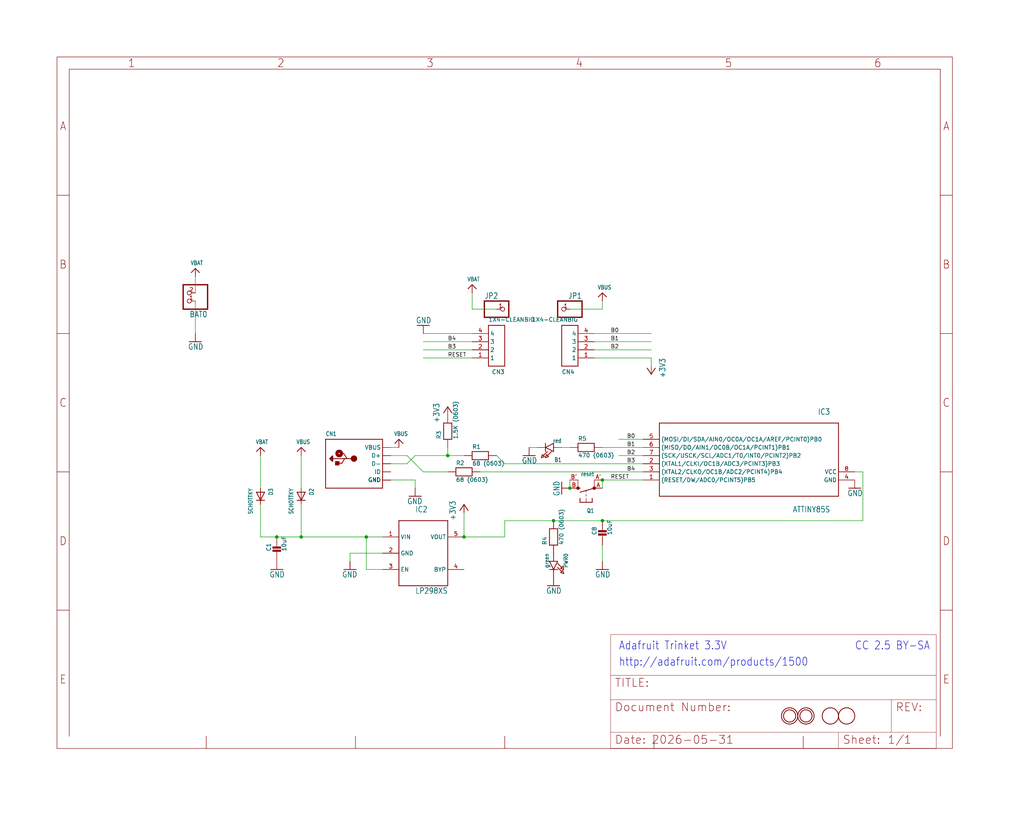
<source format=kicad_sch>
(kicad_sch (version 20230121) (generator eeschema)
  (paper "User" 319.507 254.127)
  (lib_symbols
    (symbol "working-eagle-import:+3V3" (power)
      (property "Value" "+3V3" (at -2.54 -5.08 90))
      (symbol "+3V3_1_0"
        (polyline (pts (xy 0 0) (xy -1.27 -1.905)) (stroke (width 0.254)))
        (polyline (pts (xy 1.27 -1.905) (xy 0 0)) (stroke (width 0.254)))
        (pin power_in line (at 0 -2.54 90) (length 2.54) (name "+3V3") (number "1"))
      )
    )
    (symbol "working-eagle-import:1X4-CLEANBIG"
      (property "Reference" "CN" (at 5.08 7.62 0))
      (symbol "1X4-CLEANBIG_1_0"
        (polyline (pts (xy 0 -7.62) (xy 0 5.08)) (stroke (width 0.254)))
        (polyline (pts (xy 0 5.08) (xy 5.08 5.08)) (stroke (width 0.254)))
        (polyline (pts (xy 5.08 -7.62) (xy 0 -7.62)) (stroke (width 0.254)))
        (polyline (pts (xy 5.08 5.08) (xy 5.08 -7.62)) (stroke (width 0.254)))
        (pin bidirectional line (at -5.08 2.54 0) (length 5.08) (name "1") (number "1"))
        (pin bidirectional line (at -5.08 0 0) (length 5.08) (name "2") (number "2"))
        (pin bidirectional line (at -5.08 -2.54 0) (length 5.08) (name "3") (number "3"))
        (pin bidirectional line (at -5.08 -5.08 0) (length 5.08) (name "4") (number "4"))
      )
    )
    (symbol "working-eagle-import:ATTINY85S"
      (property "Reference" "IC" (at -25.4 12.7 0))
      (symbol "ATTINY85S_1_0"
        (polyline (pts (xy -27.94 -12.7) (xy -27.94 10.16)) (stroke (width 0.254)))
        (polyline (pts (xy -27.94 10.16) (xy 27.94 10.16)) (stroke (width 0.254)))
        (polyline (pts (xy 27.94 -12.7) (xy -27.94 -12.7)) (stroke (width 0.254)))
        (polyline (pts (xy 27.94 10.16) (xy 27.94 -12.7)) (stroke (width 0.254)))
        (pin bidirectional line (at 33.02 -7.62 180) (length 5.08) (name "(RESET/DW/ADC0/PCINT5)PB5") (number "1"))
        (pin bidirectional line (at 33.02 -2.54 180) (length 5.08) (name "(XTAL1/CLKI/OC1B/ADC3/PCINT3)PB3") (number "2"))
        (pin bidirectional line (at 33.02 -5.08 180) (length 5.08) (name "(XTAL2/CLKO/OC1B/ADC2/PCINT4)PB4") (number "3"))
        (pin bidirectional line (at -33.02 -7.62 0) (length 5.08) (name "GND") (number "4"))
        (pin bidirectional line (at 33.02 5.08 180) (length 5.08) (name "(MOSI/DI/SDA/AIN0/OC0A/OC1A/AREF/PCINT0)PB0") (number "5"))
        (pin bidirectional line (at 33.02 2.54 180) (length 5.08) (name "(MISO/DO/AIN1/OC0B/OC1A/PCINT1)PB1") (number "6"))
        (pin bidirectional line (at 33.02 0 180) (length 5.08) (name "(SCK/USCK/SCL/ADC1/T0/INT0/PCINT2)PB2") (number "7"))
        (pin bidirectional line (at -33.02 -5.08 0) (length 5.08) (name "VCC") (number "8"))
      )
    )
    (symbol "working-eagle-import:CAP_CERAMIC0805-NOOUTLINE"
      (property "Reference" "C" (at -1.79 0.54 90))
      (symbol "CAP_CERAMIC0805-NOOUTLINE_1_0"
        (rectangle (start -1.27 0.508) (end 1.27 1.016) (fill (type outline)))
        (rectangle (start -1.27 1.524) (end 1.27 2.032) (fill (type outline)))
        (polyline (pts (xy 0 0.762) (xy 0 0)) (stroke (width 0.1524)))
        (polyline (pts (xy 0 2.54) (xy 0 1.778)) (stroke (width 0.1524)))
        (pin passive line (at 0 5.08 270) (length 2.54) (name "1") (number "1"))
        (pin passive line (at 0 -2.54 90) (length 2.54) (name "2") (number "2"))
      )
    )
    (symbol "working-eagle-import:CON_JST_PH_2PIN"
      (property "Reference" "X" (at -6.35 5.715 0))
      (symbol "CON_JST_PH_2PIN_1_0"
        (polyline (pts (xy -6.35 -2.54) (xy 1.27 -2.54)) (stroke (width 0.4064)))
        (polyline (pts (xy -6.35 5.08) (xy -6.35 -2.54)) (stroke (width 0.4064)))
        (polyline (pts (xy 1.27 -2.54) (xy 1.27 5.08)) (stroke (width 0.4064)))
        (polyline (pts (xy 1.27 5.08) (xy -6.35 5.08)) (stroke (width 0.4064)))
        (pin passive inverted (at -2.54 2.54 0) (length 2.54) (name "1") (number "1"))
        (pin passive inverted (at -2.54 0 0) (length 2.54) (name "2") (number "2"))
      )
    )
    (symbol "working-eagle-import:DIODE_SOD-123FL"
      (property "Reference" "D" (at -2.54 2.54 0))
      (symbol "DIODE_SOD-123FL_1_0"
        (polyline (pts (xy -1.27 -1.27) (xy 1.27 0)) (stroke (width 0.254)))
        (polyline (pts (xy -1.27 1.27) (xy -1.27 -1.27)) (stroke (width 0.254)))
        (polyline (pts (xy 1.27 0) (xy -1.27 1.27)) (stroke (width 0.254)))
        (polyline (pts (xy 1.27 0) (xy 1.27 -1.27)) (stroke (width 0.254)))
        (polyline (pts (xy 1.27 1.27) (xy 1.27 0)) (stroke (width 0.254)))
        (pin passive line (at -2.54 0 0) (length 2.54) (name "A") (number "A"))
        (pin passive line (at 2.54 0 180) (length 2.54) (name "C") (number "C"))
      )
    )
    (symbol "working-eagle-import:FIDUCIAL"
      (symbol "FIDUCIAL_1_0"
        (circle (center 0 0) (radius 2.54) (stroke (width 0.254)))
      )
    )
    (symbol "working-eagle-import:FRAME_A_L"
      (symbol "FRAME_A_L_1_0"
        (polyline (pts (xy 0 43.18) (xy 3.81 43.18)))
        (polyline (pts (xy 0 86.36) (xy 3.81 86.36)))
        (polyline (pts (xy 0 129.54) (xy 3.81 129.54)))
        (polyline (pts (xy 0 172.72) (xy 3.81 172.72)))
        (polyline (pts (xy 3.81 3.81) (xy 3.81 212.09)))
        (polyline (pts (xy 46.5667 0) (xy 46.5667 3.81)))
        (polyline (pts (xy 93.1333 0) (xy 93.1333 3.81)))
        (polyline (pts (xy 139.7 0) (xy 139.7 3.81)))
        (polyline (pts (xy 186.2667 0) (xy 186.2667 3.81)))
        (polyline (pts (xy 232.8333 0) (xy 232.8333 3.81)))
        (polyline (pts (xy 275.59 3.81) (xy 275.59 212.09)))
        (polyline (pts (xy 275.59 43.18) (xy 279.4 43.18)))
        (polyline (pts (xy 275.59 86.36) (xy 279.4 86.36)))
        (polyline (pts (xy 275.59 129.54) (xy 279.4 129.54)))
        (polyline (pts (xy 275.59 172.72) (xy 279.4 172.72)))
        (polyline (pts (xy 275.59 212.09) (xy 3.81 212.09)))
        (polyline (pts (xy 0 0) (xy 279.4 0) (xy 279.4 215.9) (xy 0 215.9) (xy 0 0)))
        (text "1" (at 23.2833 213.995 0) (effects (font (size 2.54 2.286))))
        (text "2" (at 69.85 213.995 0) (effects (font (size 2.54 2.286))))
        (text "3" (at 116.4167 213.995 0) (effects (font (size 2.54 2.286))))
        (text "4" (at 162.9833 213.995 0) (effects (font (size 2.54 2.286))))
        (text "5" (at 209.55 213.995 0) (effects (font (size 2.54 2.286))))
        (text "6" (at 256.1167 213.995 0) (effects (font (size 2.54 2.286))))
        (text "A" (at 1.905 194.31 0) (effects (font (size 2.54 2.286))))
        (text "A" (at 277.495 194.31 0) (effects (font (size 2.54 2.286))))
        (text "B" (at 1.905 151.13 0) (effects (font (size 2.54 2.286))))
        (text "B" (at 277.495 151.13 0) (effects (font (size 2.54 2.286))))
        (text "C" (at 1.905 107.95 0) (effects (font (size 2.54 2.286))))
        (text "C" (at 277.495 107.95 0) (effects (font (size 2.54 2.286))))
        (text "D" (at 1.905 64.77 0) (effects (font (size 2.54 2.286))))
        (text "D" (at 277.495 64.77 0) (effects (font (size 2.54 2.286))))
        (text "E" (at 1.905 21.59 0) (effects (font (size 2.54 2.286))))
        (text "E" (at 277.495 21.59 0) (effects (font (size 2.54 2.286))))
      )
      (symbol "FRAME_A_L_2_0"
        (polyline (pts (xy 0 0) (xy 0 5.08)) (stroke (width 0.1016)))
        (polyline (pts (xy 0 0) (xy 71.12 0)) (stroke (width 0.1016)))
        (polyline (pts (xy 0 5.08) (xy 0 15.24)) (stroke (width 0.1016)))
        (polyline (pts (xy 0 5.08) (xy 71.12 5.08)) (stroke (width 0.1016)))
        (polyline (pts (xy 0 15.24) (xy 0 22.86)) (stroke (width 0.1016)))
        (polyline (pts (xy 0 22.86) (xy 0 35.56)) (stroke (width 0.1016)))
        (polyline (pts (xy 0 22.86) (xy 101.6 22.86)) (stroke (width 0.1016)))
        (polyline (pts (xy 71.12 0) (xy 101.6 0)) (stroke (width 0.1016)))
        (polyline (pts (xy 71.12 5.08) (xy 71.12 0)) (stroke (width 0.1016)))
        (polyline (pts (xy 71.12 5.08) (xy 87.63 5.08)) (stroke (width 0.1016)))
        (polyline (pts (xy 87.63 5.08) (xy 101.6 5.08)) (stroke (width 0.1016)))
        (polyline (pts (xy 87.63 15.24) (xy 0 15.24)) (stroke (width 0.1016)))
        (polyline (pts (xy 87.63 15.24) (xy 87.63 5.08)) (stroke (width 0.1016)))
        (polyline (pts (xy 101.6 5.08) (xy 101.6 0)) (stroke (width 0.1016)))
        (polyline (pts (xy 101.6 15.24) (xy 87.63 15.24)) (stroke (width 0.1016)))
        (polyline (pts (xy 101.6 15.24) (xy 101.6 5.08)) (stroke (width 0.1016)))
        (polyline (pts (xy 101.6 22.86) (xy 101.6 15.24)) (stroke (width 0.1016)))
        (polyline (pts (xy 101.6 35.56) (xy 0 35.56)) (stroke (width 0.1016)))
        (polyline (pts (xy 101.6 35.56) (xy 101.6 22.86)) (stroke (width 0.1016)))
        (text "${#}/${##}" (at 86.36 1.27 0) (effects (font (size 2.54 2.54)) (justify left bottom)))
        (text "${CURRENT_DATE}" (at 12.7 1.27 0) (effects (font (size 2.54 2.54)) (justify left bottom)))
        (text "${PROJECTNAME}" (at 17.78 19.05 0) (effects (font (size 2.54 2.54)) (justify left bottom)))
        (text "Date:" (at 1.27 1.27 0) (effects (font (size 2.54 2.54)) (justify left bottom)))
        (text "Document Number:" (at 1.27 11.43 0) (effects (font (size 2.54 2.54)) (justify left bottom)))
        (text "REV:" (at 88.9 11.43 0) (effects (font (size 2.54 2.54)) (justify left bottom)))
        (text "Sheet:" (at 72.39 1.27 0) (effects (font (size 2.54 2.54)) (justify left bottom)))
        (text "TITLE:" (at 1.27 19.05 0) (effects (font (size 2.54 2.54)) (justify left bottom)))
      )
    )
    (symbol "working-eagle-import:GND" (power)
      (property "Value" "GND" (at -2.54 -2.54 0))
      (symbol "GND_1_0"
        (polyline (pts (xy -1.905 0) (xy 1.905 0)) (stroke (width 0.254)))
        (pin power_in line (at 0 2.54 270) (length 2.54) (name "GND") (number "1"))
      )
    )
    (symbol "working-eagle-import:LED0805_NOOUTLINE"
      (property "Reference" "LED" (at -5.08 3.175 0))
      (symbol "LED0805_NOOUTLINE_1_0"
        (polyline (pts (xy -2.54 -1.27) (xy 0 0)) (stroke (width 0.254)))
        (polyline (pts (xy -2.54 1.27) (xy -2.54 -1.27)) (stroke (width 0.254)))
        (polyline (pts (xy -1.905 1.27) (xy -0.635 2.54)) (stroke (width 0.254)))
        (polyline (pts (xy -0.9525 2.8575) (xy -0.3175 2.2225)) (stroke (width 0.254)))
        (polyline (pts (xy -0.635 1.27) (xy 0.635 2.54)) (stroke (width 0.254)))
        (polyline (pts (xy -0.3175 2.2225) (xy 0 3.175)) (stroke (width 0.254)))
        (polyline (pts (xy 0 0) (xy -2.54 1.27)) (stroke (width 0.254)))
        (polyline (pts (xy 0 0) (xy 0 -1.27)) (stroke (width 0.254)))
        (polyline (pts (xy 0 1.27) (xy 0 0)) (stroke (width 0.254)))
        (polyline (pts (xy 0 3.175) (xy -0.9525 2.8575)) (stroke (width 0.254)))
        (polyline (pts (xy 0.3175 2.8575) (xy 0.9525 2.2225)) (stroke (width 0.254)))
        (polyline (pts (xy 0.9525 2.2225) (xy 1.27 3.175)) (stroke (width 0.254)))
        (polyline (pts (xy 1.27 3.175) (xy 0.3175 2.8575)) (stroke (width 0.254)))
        (pin passive line (at -5.08 0 0) (length 2.54) (name "A") (number "A"))
        (pin passive line (at 2.54 0 180) (length 2.54) (name "C") (number "C"))
      )
    )
    (symbol "working-eagle-import:LP298XS"
      (property "Reference" "IC" (at -12.7 -5.08 90))
      (symbol "LP298XS_1_0"
        (polyline (pts (xy -10.16 -10.16) (xy 10.16 -10.16)) (stroke (width 0.254)))
        (polyline (pts (xy -10.16 5.08) (xy -10.16 -10.16)) (stroke (width 0.254)))
        (polyline (pts (xy 10.16 -10.16) (xy 10.16 5.08)) (stroke (width 0.254)))
        (polyline (pts (xy 10.16 5.08) (xy -10.16 5.08)) (stroke (width 0.254)))
        (pin bidirectional line (at -5.08 -15.24 90) (length 5.08) (name "VIN") (number "1"))
        (pin bidirectional line (at 0 -15.24 90) (length 5.08) (name "GND") (number "2"))
        (pin bidirectional line (at 5.08 -15.24 90) (length 5.08) (name "EN") (number "3"))
        (pin bidirectional line (at 5.08 10.16 270) (length 5.08) (name "BYP") (number "4"))
        (pin bidirectional line (at -5.08 10.16 270) (length 5.08) (name "VOUT") (number "5"))
      )
    )
    (symbol "working-eagle-import:MOUNTINGHOLE2.0"
      (symbol "MOUNTINGHOLE2.0_1_0"
        (circle (center 0 0) (radius 1.905) (stroke (width 0.254)))
        (circle (center 0 0) (radius 2.54) (stroke (width 0.254)))
      )
    )
    (symbol "working-eagle-import:PINHD-1X1CB"
      (property "Reference" "JP" (at -6.35 3.175 0))
      (symbol "PINHD-1X1CB_1_0"
        (polyline (pts (xy -6.35 -2.54) (xy 1.27 -2.54)) (stroke (width 0.4064)))
        (polyline (pts (xy -6.35 2.54) (xy -6.35 -2.54)) (stroke (width 0.4064)))
        (polyline (pts (xy 1.27 -2.54) (xy 1.27 2.54)) (stroke (width 0.4064)))
        (polyline (pts (xy 1.27 2.54) (xy -6.35 2.54)) (stroke (width 0.4064)))
        (pin passive inverted (at -2.54 0 0) (length 2.54) (name "1") (number "1"))
      )
    )
    (symbol "working-eagle-import:RESISTOR_0603_NOOUT"
      (property "Reference" "R" (at -2.54 2.032 0))
      (symbol "RESISTOR_0603_NOOUT_1_0"
        (polyline (pts (xy -2.54 -1.27) (xy -2.54 1.27)) (stroke (width 0.254)))
        (polyline (pts (xy -2.54 1.27) (xy 2.54 1.27)) (stroke (width 0.254)))
        (polyline (pts (xy 2.54 -1.27) (xy -2.54 -1.27)) (stroke (width 0.254)))
        (polyline (pts (xy 2.54 1.27) (xy 2.54 -1.27)) (stroke (width 0.254)))
        (pin passive line (at -5.08 0 0) (length 2.54) (name "1") (number "1"))
        (pin passive line (at 5.08 0 180) (length 2.54) (name "2") (number "2"))
      )
    )
    (symbol "working-eagle-import:SWITCH_TACT_SMT4.6X2.8"
      (property "Reference" "SW" (at -2.54 6.35 0))
      (symbol "SWITCH_TACT_SMT4.6X2.8_1_0"
        (circle (center -2.54 0) (radius 0.127) (stroke (width 0.4064)))
        (polyline (pts (xy -2.54 -2.54) (xy -2.54 0)) (stroke (width 0.1524)))
        (polyline (pts (xy -2.54 0) (xy 1.905 1.27)) (stroke (width 0.254)))
        (polyline (pts (xy -1.905 4.445) (xy -1.905 3.175)) (stroke (width 0.254)))
        (polyline (pts (xy 0 1.27) (xy 0 0.635)) (stroke (width 0.1524)))
        (polyline (pts (xy 0 2.54) (xy 0 1.905)) (stroke (width 0.1524)))
        (polyline (pts (xy 0 4.445) (xy -1.905 4.445)) (stroke (width 0.254)))
        (polyline (pts (xy 0 4.445) (xy 0 3.175)) (stroke (width 0.1524)))
        (polyline (pts (xy 1.905 0) (xy 2.54 0)) (stroke (width 0.254)))
        (polyline (pts (xy 1.905 4.445) (xy 0 4.445)) (stroke (width 0.254)))
        (polyline (pts (xy 1.905 4.445) (xy 1.905 3.175)) (stroke (width 0.254)))
        (polyline (pts (xy 2.54 -2.54) (xy 2.54 0)) (stroke (width 0.1524)))
        (circle (center 2.54 0) (radius 0.127) (stroke (width 0.4064)))
        (pin passive line (at -5.08 0 0) (length 2.54) (name "P") (number "A"))
        (pin passive line (at -5.08 -2.54 0) (length 2.54) (name "P1") (number "A'"))
        (pin passive line (at 5.08 0 180) (length 2.54) (name "S") (number "B"))
        (pin passive line (at 5.08 -2.54 180) (length 2.54) (name "S1") (number "B'"))
      )
    )
    (symbol "working-eagle-import:USBMINIB"
      (property "Reference" "X" (at -10.16 8.636 0))
      (symbol "USBMINIB_1_0"
        (rectangle (start -7.12 -0.45) (end -5.92 0.75) (fill (type outline)))
        (circle (center -5.92 3.2) (radius 0.2) (stroke (width 1)))
        (circle (center -1.32 1.6) (radius 0.5) (stroke (width 1)))
        (polyline (pts (xy -10.2 7.62) (xy -10.16 7.62)) (stroke (width 0.254)))
        (polyline (pts (xy -10.16 -7.62) (xy 7.62 -7.62)) (stroke (width 0.254)))
        (polyline (pts (xy -10.16 7.62) (xy -10.16 -7.62)) (stroke (width 0.254)))
        (polyline (pts (xy -10.16 7.62) (xy 7.62 7.62)) (stroke (width 0.254)))
        (polyline (pts (xy -8.92 1.6) (xy -8.12 2.4)) (stroke (width 0.254)))
        (polyline (pts (xy -8.52 1.4) (xy -8.32 1.2)) (stroke (width 0.254)))
        (polyline (pts (xy -8.52 1.6) (xy -8.52 1.4)) (stroke (width 0.254)))
        (polyline (pts (xy -8.32 1.2) (xy -8.32 2)) (stroke (width 0.254)))
        (polyline (pts (xy -8.32 2) (xy -8.72 1.6)) (stroke (width 0.254)))
        (polyline (pts (xy -8.12 0.8) (xy -8.92 1.6)) (stroke (width 0.254)))
        (polyline (pts (xy -8.12 1) (xy -8.12 2.4)) (stroke (width 0.254)))
        (polyline (pts (xy -8.12 2.4) (xy -7.92 2.4)) (stroke (width 0.254)))
        (polyline (pts (xy -7.92 0.8) (xy -8.12 0.8)) (stroke (width 0.254)))
        (polyline (pts (xy -7.92 1.6) (xy -7.92 0.8)) (stroke (width 0.254)))
        (polyline (pts (xy -7.92 2.4) (xy -7.92 1.6)) (stroke (width 0.254)))
        (polyline (pts (xy -6.27 0.15) (xy -5.07 0.15)) (stroke (width 0.254)))
        (polyline (pts (xy -5.52 3.2) (xy -4.52 3.2)) (stroke (width 0.254)))
        (polyline (pts (xy -5.07 0.15) (xy -4.22 1.6)) (stroke (width 0.254)))
        (polyline (pts (xy -4.52 3.2) (xy -3.47 1.6)) (stroke (width 0.254)))
        (polyline (pts (xy -4.22 1.6) (xy -7.92 1.6)) (stroke (width 0.254)))
        (polyline (pts (xy -3.47 1.6) (xy -4.22 1.6)) (stroke (width 0.254)))
        (polyline (pts (xy -1.32 1.6) (xy -3.47 1.6)) (stroke (width 0.254)))
        (polyline (pts (xy 7.62 7.62) (xy 7.62 -7.62)) (stroke (width 0.254)))
        (pin bidirectional line (at 10.16 2.54 180) (length 2.54) (name "D+") (number "D+"))
        (pin bidirectional line (at 10.16 0 180) (length 2.54) (name "D-") (number "D-"))
        (pin power_in line (at 10.16 -5.08 180) (length 2.54) (name "GND") (number "GND"))
        (pin power_in line (at 10.16 -5.08 180) (length 2.54) (name "GND") (number "GND1"))
        (pin power_in line (at 10.16 -5.08 180) (length 2.54) (name "GND") (number "GND2"))
        (pin power_in line (at 10.16 -5.08 180) (length 2.54) (name "GND") (number "GND3"))
        (pin power_in line (at 10.16 -5.08 180) (length 2.54) (name "GND") (number "GND4"))
        (pin bidirectional line (at 10.16 -2.54 180) (length 2.54) (name "ID") (number "ID"))
        (pin power_in line (at 10.16 5.08 180) (length 2.54) (name "VBUS") (number "VBUS"))
      )
    )
    (symbol "working-eagle-import:VBAT" (power)
      (property "Value" "VBAT" (at -1.524 1.016 0))
      (symbol "VBAT_1_0"
        (polyline (pts (xy -1.27 -1.27) (xy 0 0)) (stroke (width 0.254)))
        (polyline (pts (xy 0 0) (xy 1.27 -1.27)) (stroke (width 0.254)))
        (pin power_in line (at 0 -2.54 90) (length 2.54) (name "VBAT") (number "1"))
      )
    )
    (symbol "working-eagle-import:VBUS" (power)
      (property "Value" "VBUS" (at -1.524 1.016 0))
      (symbol "VBUS_1_0"
        (polyline (pts (xy -1.27 -1.27) (xy 0 0)) (stroke (width 0.254)))
        (polyline (pts (xy 0 0) (xy 1.27 -1.27)) (stroke (width 0.254)))
        (pin power_in line (at 0 -2.54 90) (length 2.54) (name "VBUS") (number "1"))
      )
    )
  )
  (junction (at 187.96 149.86))
  (junction (at 114.3 167.64))
  (junction (at 93.98 167.64))
  (junction (at 86.36 167.64))
  (junction (at 187.96 162.56))
  (junction (at 144.78 167.64))
  (junction (at 139.7 142.24))
  (junction (at 177.8 152.4))
  (junction (at 172.72 162.56))
  (wire (pts (xy 129.54 142.24) (xy 139.7 142.24)) (stroke (width 0.1524)))
  (wire (pts (xy 144.78 160.02) (xy 144.78 167.64)) (stroke (width 0.1524)))
  (wire (pts (xy 187.96 149.86) (xy 187.96 152.4)) (stroke (width 0.1524)))
  (wire (pts (xy 93.98 167.64) (xy 86.36 167.64)) (stroke (width 0.1524)))
  (wire (pts (xy 127 142.24) (xy 132.08 147.32)) (stroke (width 0.1524)))
  (wire (pts (xy 177.8 139.7) (xy 175.26 139.7)) (stroke (width 0.1524)))
  (wire (pts (xy 187.96 96.52) (xy 177.8 96.52)) (stroke (width 0.1524)))
  (wire (pts (xy 139.7 139.7) (xy 139.7 142.24)) (stroke (width 0.1524)))
  (wire (pts (xy 119.38 177.8) (xy 114.3 177.8)) (stroke (width 0.1524)))
  (wire (pts (xy 172.72 162.56) (xy 187.96 162.56)) (stroke (width 0.1524)))
  (wire (pts (xy 93.98 167.64) (xy 114.3 167.64)) (stroke (width 0.1524)))
  (wire (pts (xy 147.32 96.52) (xy 147.32 91.44)) (stroke (width 0.1524)))
  (wire (pts (xy 185.42 104.14) (xy 203.2 104.14)) (stroke (width 0.1524)))
  (wire (pts (xy 269.24 162.56) (xy 269.24 147.32)) (stroke (width 0.1524)))
  (wire (pts (xy 187.96 149.86) (xy 200.66 149.86)) (stroke (width 0.1524)))
  (wire (pts (xy 60.96 91.44) (xy 60.96 86.36)) (stroke (width 0.1524)))
  (wire (pts (xy 154.94 142.24) (xy 157.48 144.78)) (stroke (width 0.1524)))
  (wire (pts (xy 121.92 144.78) (xy 127 144.78)) (stroke (width 0.1524)))
  (wire (pts (xy 147.32 104.14) (xy 132.08 104.14)) (stroke (width 0.1524)))
  (wire (pts (xy 193.04 137.16) (xy 200.66 137.16)) (stroke (width 0.1524)))
  (wire (pts (xy 81.28 142.24) (xy 81.28 152.4)) (stroke (width 0.1524)))
  (wire (pts (xy 114.3 177.8) (xy 114.3 167.64)) (stroke (width 0.1524)))
  (wire (pts (xy 147.32 109.22) (xy 132.08 109.22)) (stroke (width 0.1524)))
  (wire (pts (xy 154.94 96.52) (xy 147.32 96.52)) (stroke (width 0.1524)))
  (wire (pts (xy 139.7 142.24) (xy 144.78 142.24)) (stroke (width 0.1524)))
  (wire (pts (xy 157.48 162.56) (xy 172.72 162.56)) (stroke (width 0.1524)))
  (wire (pts (xy 144.78 167.64) (xy 157.48 167.64)) (stroke (width 0.1524)))
  (wire (pts (xy 203.2 109.22) (xy 185.42 109.22)) (stroke (width 0.1524)))
  (wire (pts (xy 157.48 167.64) (xy 157.48 162.56)) (stroke (width 0.1524)))
  (wire (pts (xy 177.8 149.86) (xy 177.8 152.4)) (stroke (width 0.1524)))
  (wire (pts (xy 165.1 139.7) (xy 167.64 139.7)) (stroke (width 0.1524)))
  (wire (pts (xy 124.46 139.7) (xy 121.92 139.7)) (stroke (width 0.1524)))
  (wire (pts (xy 203.2 114.3) (xy 203.2 111.76)) (stroke (width 0.1524)))
  (wire (pts (xy 121.92 142.24) (xy 127 142.24)) (stroke (width 0.1524)))
  (wire (pts (xy 93.98 157.48) (xy 93.98 167.64)) (stroke (width 0.1524)))
  (wire (pts (xy 149.86 147.32) (xy 200.66 147.32)) (stroke (width 0.1524)))
  (wire (pts (xy 157.48 144.78) (xy 200.66 144.78)) (stroke (width 0.1524)))
  (wire (pts (xy 127 144.78) (xy 129.54 142.24)) (stroke (width 0.1524)))
  (wire (pts (xy 187.96 175.26) (xy 187.96 170.18)) (stroke (width 0.1524)))
  (wire (pts (xy 114.3 167.64) (xy 119.38 167.64)) (stroke (width 0.1524)))
  (wire (pts (xy 200.66 139.7) (xy 187.96 139.7)) (stroke (width 0.1524)))
  (wire (pts (xy 86.36 167.64) (xy 81.28 167.64)) (stroke (width 0.1524)))
  (wire (pts (xy 147.32 111.76) (xy 132.08 111.76)) (stroke (width 0.1524)))
  (wire (pts (xy 129.54 149.86) (xy 129.54 152.4)) (stroke (width 0.1524)))
  (wire (pts (xy 187.96 162.56) (xy 269.24 162.56)) (stroke (width 0.1524)))
  (wire (pts (xy 119.38 172.72) (xy 109.22 172.72)) (stroke (width 0.1524)))
  (wire (pts (xy 60.96 104.14) (xy 60.96 93.98)) (stroke (width 0.1524)))
  (wire (pts (xy 203.2 111.76) (xy 185.42 111.76)) (stroke (width 0.1524)))
  (wire (pts (xy 147.32 106.68) (xy 132.08 106.68)) (stroke (width 0.1524)))
  (wire (pts (xy 93.98 152.4) (xy 93.98 142.24)) (stroke (width 0.1524)))
  (wire (pts (xy 269.24 147.32) (xy 266.7 147.32)) (stroke (width 0.1524)))
  (wire (pts (xy 203.2 106.68) (xy 185.42 106.68)) (stroke (width 0.1524)))
  (wire (pts (xy 132.08 147.32) (xy 139.7 147.32)) (stroke (width 0.1524)))
  (wire (pts (xy 187.96 93.98) (xy 187.96 96.52)) (stroke (width 0.1524)))
  (wire (pts (xy 121.92 149.86) (xy 129.54 149.86)) (stroke (width 0.1524)))
  (wire (pts (xy 81.28 167.64) (xy 81.28 157.48)) (stroke (width 0.1524)))
  (wire (pts (xy 193.04 142.24) (xy 200.66 142.24)) (stroke (width 0.1524)))
  (wire (pts (xy 109.22 172.72) (xy 109.22 175.26)) (stroke (width 0.1524)))
  (text "Adafruit Trinket 3.3V" (at 193.04 203.2 0) (effects (font (size 2.54 2.159)) (justify left bottom)))
  (text "CC 2.5 BY-SA" (at 266.7 203.2 0) (effects (font (size 2.54 2.159)) (justify left bottom)))
  (text "http://adafruit.com/products/1500" (at 193.04 208.28 0) (effects (font (size 2.54 2.159)) (justify left bottom)))
  (label "B1" (at 195.58 139.7 0) (effects (font (size 1.2446 1.2446))))
  (label "B2" (at 190.5 109.22 0) (effects (font (size 1.2446 1.2446))))
  (label "B0" (at 195.58 137.16 0) (effects (font (size 1.2446 1.2446))))
  (label "B4" (at 139.7 106.68 0) (effects (font (size 1.2446 1.2446))))
  (label "B3" (at 195.58 144.78 0) (effects (font (size 1.2446 1.2446))))
  (label "RESET" (at 139.7 111.76 0) (effects (font (size 1.2446 1.2446))))
  (label "B0" (at 190.5 104.14 0) (effects (font (size 1.2446 1.2446))))
  (label "RESET" (at 190.5 149.86 0) (effects (font (size 1.2446 1.2446))))
  (label "B4" (at 195.58 147.32 0) (effects (font (size 1.2446 1.2446))))
  (label "B3" (at 139.7 109.22 0) (effects (font (size 1.2446 1.2446))))
  (label "B2" (at 195.58 142.24 0) (effects (font (size 1.2446 1.2446))))
  (label "B1" (at 190.5 106.68 0) (effects (font (size 1.2446 1.2446))))
  (symbol (lib_id "working-eagle-import:GND") (at 187.96 177.8 0) (mirror y) (unit 1)
    (property "Reference" "#GND12" (effects hide))
    (property "Value" "GND" (at 190.5 180.34 0) (effects (font (size 1.778 1.5113)) (justify left bottom)))
  )
  (symbol (lib_id "working-eagle-import:GND") (at 172.72 182.88 0) (mirror y) (unit 1)
    (property "Reference" "#GND6" (effects hide))
    (property "Value" "GND" (at 175.26 185.42 0) (effects (font (size 1.778 1.5113)) (justify left bottom)))
  )
  (symbol (lib_id "working-eagle-import:GND") (at 266.7 152.4 0) (mirror y) (unit 1)
    (property "Reference" "#GND22" (effects hide))
    (property "Value" "GND" (at 269.24 154.94 0) (effects (font (size 1.778 1.5113)) (justify left bottom)))
  )
  (symbol (lib_id "working-eagle-import:+3V3") (at 203.2 116.84 180) (unit 1)
    (property "Reference" "#+3V2" (effects hide))
    (property "Value" "+3V3" (at 205.74 111.76 90) (effects (font (size 1.778 1.5113)) (justify left bottom)))
  )
  (symbol (lib_id "working-eagle-import:GND") (at 129.54 154.94 0) (unit 1)
    (property "Reference" "#GND1" (effects hide))
    (property "Value" "GND" (at 127 157.48 0) (effects (font (size 1.778 1.5113)) (justify left bottom)))
  )
  (symbol (lib_id "working-eagle-import:1X4-CLEANBIG") (at 180.34 109.22 180) (unit 1)
    (property "Reference" "CN4" (at 175.26 116.84 0) (effects (justify right top)))
    (property "Value" "1X4-CLEANBIG" (at 180.34 99.06 0) (effects (justify left bottom)))
    (property "Footprint" "working:1X04-CLEANBIG" (effects hide))
  )
  (symbol (lib_id "working-eagle-import:CAP_CERAMIC0805-NOOUTLINE") (at 187.96 167.64 0) (unit 1)
    (property "Reference" "C8" (at 186.17 167.1 90) (effects (justify left bottom)))
    (property "Value" "10uF" (at 190.96 167.1 90) (effects (justify left bottom)))
    (property "Footprint" "working:0805-NO" (effects hide))
  )
  (symbol (lib_id "working-eagle-import:VBAT") (at 60.96 83.82 0) (unit 1)
    (property "Reference" "#U$7" (effects hide))
    (property "Value" "VBAT" (at 59.436 82.804 0) (effects (font (size 1.27 1.0795)) (justify left bottom)))
  )
  (symbol (lib_id "working-eagle-import:VBAT") (at 81.28 139.7 0) (unit 1)
    (property "Reference" "#U$4" (effects hide))
    (property "Value" "VBAT" (at 79.756 138.684 0) (effects (font (size 1.27 1.0795)) (justify left bottom)))
  )
  (symbol (lib_id "working-eagle-import:DIODE_SOD-123FL") (at 93.98 154.94 270) (unit 1)
    (property "Reference" "D2" (at 96.52 152.4 0) (effects (font (size 1.27 1.0795)) (justify left bottom)))
    (property "Value" "SCHOTTKY" (at 90.17 152.4 0) (effects (font (size 1.27 1.0795)) (justify left bottom)))
    (property "Footprint" "working:SOD-123FL" (effects hide))
  )
  (symbol (lib_id "working-eagle-import:GND") (at 86.36 177.8 0) (mirror y) (unit 1)
    (property "Reference" "#GND3" (effects hide))
    (property "Value" "GND" (at 88.9 180.34 0) (effects (font (size 1.778 1.5113)) (justify left bottom)))
  )
  (symbol (lib_id "working-eagle-import:GND") (at 60.96 106.68 0) (mirror y) (unit 1)
    (property "Reference" "#GND16" (effects hide))
    (property "Value" "GND" (at 63.5 109.22 0) (effects (font (size 1.778 1.5113)) (justify left bottom)))
  )
  (symbol (lib_id "working-eagle-import:VBUS") (at 93.98 139.7 0) (unit 1)
    (property "Reference" "#U$3" (effects hide))
    (property "Value" "VBUS" (at 92.456 138.684 0) (effects (font (size 1.27 1.0795)) (justify left bottom)))
  )
  (symbol (lib_id "working-eagle-import:FIDUCIAL") (at 259.08 223.52 0) (unit 1)
    (property "Reference" "U$6" (effects hide))
    (property "Value" "FIDUCIAL" (effects hide))
    (property "Footprint" "working:FIDUCIAL_1MM" (effects hide))
  )
  (symbol (lib_id "working-eagle-import:LED0805_NOOUTLINE") (at 172.72 177.8 270) (unit 1)
    (property "Reference" "PWR0" (at 175.895 172.72 0) (effects (font (size 1.27 1.0795)) (justify left bottom)))
    (property "Value" "green" (at 169.926 172.72 0) (effects (font (size 1.27 1.0795)) (justify left bottom)))
    (property "Footprint" "working:CHIPLED_0805_NOOUTLINE" (effects hide))
  )
  (symbol (lib_id "working-eagle-import:DIODE_SOD-123FL") (at 81.28 154.94 270) (unit 1)
    (property "Reference" "D3" (at 83.82 152.4 0) (effects (font (size 1.27 1.0795)) (justify left bottom)))
    (property "Value" "SCHOTTKY" (at 77.47 152.4 0) (effects (font (size 1.27 1.0795)) (justify left bottom)))
    (property "Footprint" "working:SOD-123FL" (effects hide))
  )
  (symbol (lib_id "working-eagle-import:FRAME_A_L") (at 17.78 233.68 0) (unit 1)
    (property "Reference" "#FRAME1" (effects hide))
    (property "Value" "FRAME_A_L" (effects hide))
  )
  (symbol (lib_id "working-eagle-import:FIDUCIAL") (at 264.16 223.52 0) (unit 1)
    (property "Reference" "U$1" (effects hide))
    (property "Value" "FIDUCIAL" (effects hide))
    (property "Footprint" "working:FIDUCIAL_1MM" (effects hide))
  )
  (symbol (lib_id "working-eagle-import:FRAME_A_L") (at 190.5 233.68 0) (unit 2)
    (property "Reference" "#FRAME1" (effects hide))
    (property "Value" "FRAME_A_L" (effects hide))
  )
  (symbol (lib_id "working-eagle-import:RESISTOR_0603_NOOUT") (at 149.86 142.24 0) (unit 1)
    (property "Reference" "R1" (at 147.32 140.208 0) (effects (justify left bottom)))
    (property "Value" "68 (0603)" (at 147.32 145.415 0) (effects (justify left bottom)))
    (property "Footprint" "working:0603-NO" (effects hide))
  )
  (symbol (lib_id "working-eagle-import:SWITCH_TACT_SMT4.6X2.8") (at 182.88 152.4 180) (unit 1)
    (property "Reference" "Q1" (at 185.42 158.75 0) (effects (font (size 1.27 1.0795)) (justify left bottom)))
    (property "Value" "reset" (at 185.42 147.32 0) (effects (font (size 1.27 1.0795)) (justify left bottom)))
    (property "Footprint" "working:BTN_KMR2_4.6X2.8" (effects hide))
  )
  (symbol (lib_id "working-eagle-import:PINHD-1X1CB") (at 175.26 96.52 0) (mirror y) (unit 1)
    (property "Reference" "JP1" (at 181.61 93.345 0) (effects (font (size 1.778 1.5113)) (justify left bottom)))
    (property "Value" "PINHD-1X1CB" (effects hide))
    (property "Footprint" "working:1X01-CLEANBIG" (effects hide))
  )
  (symbol (lib_id "working-eagle-import:RESISTOR_0603_NOOUT") (at 172.72 167.64 90) (unit 1)
    (property "Reference" "R4" (at 170.688 170.18 0) (effects (justify left bottom)))
    (property "Value" "470 (0603)" (at 175.895 170.18 0) (effects (justify left bottom)))
    (property "Footprint" "working:0603-NO" (effects hide))
  )
  (symbol (lib_id "working-eagle-import:USBMINIB") (at 111.76 144.78 0) (unit 1)
    (property "Reference" "CN1" (at 101.6 136.144 0) (effects (font (size 1.27 1.0795)) (justify left bottom)))
    (property "Value" "USBMINIB" (effects hide))
    (property "Footprint" "working:USB-MINIB" (effects hide))
  )
  (symbol (lib_id "working-eagle-import:CON_JST_PH_2PIN") (at 58.42 91.44 180) (unit 1)
    (property "Reference" "BAT0" (at 64.77 97.155 0) (effects (font (size 1.778 1.5113)) (justify left bottom)))
    (property "Value" "CON_JST_PH_2PIN" (effects hide))
    (property "Footprint" "working:JSTPH2" (effects hide))
  )
  (symbol (lib_id "working-eagle-import:LP298XS") (at 134.62 172.72 270) (unit 1)
    (property "Reference" "IC2" (at 129.54 160.02 90) (effects (font (size 1.778 1.5113)) (justify left bottom)))
    (property "Value" "LP298XS" (at 129.54 185.42 90) (effects (font (size 1.778 1.5113)) (justify left bottom)))
    (property "Footprint" "working:SOT23-5L" (effects hide))
  )
  (symbol (lib_id "working-eagle-import:RESISTOR_0603_NOOUT") (at 182.88 139.7 0) (unit 1)
    (property "Reference" "R5" (at 180.34 137.668 0) (effects (justify left bottom)))
    (property "Value" "470 (0603)" (at 180.34 142.875 0) (effects (justify left bottom)))
    (property "Footprint" "working:0603-NO" (effects hide))
  )
  (symbol (lib_id "working-eagle-import:RESISTOR_0603_NOOUT") (at 139.7 134.62 90) (unit 1)
    (property "Reference" "R3" (at 137.668 137.16 0) (effects (justify left bottom)))
    (property "Value" "1.5K (0603)" (at 142.875 137.16 0) (effects (justify left bottom)))
    (property "Footprint" "working:0603-NO" (effects hide))
  )
  (symbol (lib_id "working-eagle-import:GND") (at 132.08 101.6 180) (unit 1)
    (property "Reference" "#GND2" (effects hide))
    (property "Value" "GND" (at 134.62 99.06 0) (effects (font (size 1.778 1.5113)) (justify left bottom)))
  )
  (symbol (lib_id "working-eagle-import:+3V3") (at 144.78 157.48 0) (unit 1)
    (property "Reference" "#+3V3" (effects hide))
    (property "Value" "+3V3" (at 142.24 162.56 90) (effects (font (size 1.778 1.5113)) (justify left bottom)))
  )
  (symbol (lib_id "working-eagle-import:MOUNTINGHOLE2.0") (at 246.38 223.52 0) (unit 1)
    (property "Reference" "U$9" (effects hide))
    (property "Value" "MOUNTINGHOLE2.0" (effects hide))
    (property "Footprint" "working:MOUNTINGHOLE_2.0_PLATED" (effects hide))
  )
  (symbol (lib_id "working-eagle-import:MOUNTINGHOLE2.0") (at 251.46 223.52 0) (unit 1)
    (property "Reference" "U$8" (effects hide))
    (property "Value" "MOUNTINGHOLE2.0" (effects hide))
    (property "Footprint" "working:MOUNTINGHOLE_2.0_PLATED" (effects hide))
  )
  (symbol (lib_id "working-eagle-import:LED0805_NOOUTLINE") (at 170.18 139.7 180) (unit 1)
    (property "Reference" "B1" (at 175.26 142.875 0) (effects (font (size 1.27 1.0795)) (justify left bottom)))
    (property "Value" "red" (at 175.26 136.906 0) (effects (font (size 1.27 1.0795)) (justify left bottom)))
    (property "Footprint" "working:CHIPLED_0805_NOOUTLINE" (effects hide))
  )
  (symbol (lib_id "working-eagle-import:CAP_CERAMIC0805-NOOUTLINE") (at 86.36 172.72 0) (unit 1)
    (property "Reference" "C1" (at 84.57 172.18 90) (effects (justify left bottom)))
    (property "Value" "10uF" (at 89.36 172.18 90) (effects (justify left bottom)))
    (property "Footprint" "working:0805-NO" (effects hide))
  )
  (symbol (lib_id "working-eagle-import:ATTINY85S") (at 233.68 142.24 0) (mirror y) (unit 1)
    (property "Reference" "IC3" (at 259.08 129.54 0) (effects (font (size 1.778 1.5113)) (justify left bottom)))
    (property "Value" "ATTINY85S" (at 259.08 160.02 0) (effects (font (size 1.778 1.5113)) (justify left bottom)))
    (property "Footprint" "working:SOIC8" (effects hide))
  )
  (symbol (lib_id "working-eagle-import:PINHD-1X1CB") (at 157.48 96.52 0) (unit 1)
    (property "Reference" "JP2" (at 151.13 93.345 0) (effects (font (size 1.778 1.5113)) (justify left bottom)))
    (property "Value" "PINHD-1X1CB" (effects hide))
    (property "Footprint" "working:1X01-CLEANBIG" (effects hide))
  )
  (symbol (lib_id "working-eagle-import:1X4-CLEANBIG") (at 152.4 109.22 0) (mirror x) (unit 1)
    (property "Reference" "CN3" (at 157.48 116.84 0) (effects (justify right top)))
    (property "Value" "1X4-CLEANBIG" (at 152.4 99.06 0) (effects (justify left bottom)))
    (property "Footprint" "working:1X04-CLEANBIG" (effects hide))
  )
  (symbol (lib_id "working-eagle-import:VBUS") (at 124.46 137.16 0) (unit 1)
    (property "Reference" "#U$2" (effects hide))
    (property "Value" "VBUS" (at 122.936 136.144 0) (effects (font (size 1.27 1.0795)) (justify left bottom)))
  )
  (symbol (lib_id "working-eagle-import:RESISTOR_0603_NOOUT") (at 144.78 147.32 0) (unit 1)
    (property "Reference" "R2" (at 142.24 145.288 0) (effects (justify left bottom)))
    (property "Value" "68 (0603)" (at 142.24 150.495 0) (effects (justify left bottom)))
    (property "Footprint" "working:0603-NO" (effects hide))
  )
  (symbol (lib_id "working-eagle-import:GND") (at 175.26 152.4 270) (mirror x) (unit 1)
    (property "Reference" "#GND5" (effects hide))
    (property "Value" "GND" (at 172.72 154.94 0) (effects (font (size 1.778 1.5113)) (justify left bottom)))
  )
  (symbol (lib_id "working-eagle-import:+3V3") (at 139.7 127 0) (unit 1)
    (property "Reference" "#+3V1" (effects hide))
    (property "Value" "+3V3" (at 137.16 132.08 90) (effects (font (size 1.778 1.5113)) (justify left bottom)))
  )
  (symbol (lib_id "working-eagle-import:GND") (at 165.1 142.24 0) (mirror y) (unit 1)
    (property "Reference" "#GND4" (effects hide))
    (property "Value" "GND" (at 167.64 144.78 0) (effects (font (size 1.778 1.5113)) (justify left bottom)))
  )
  (symbol (lib_id "working-eagle-import:GND") (at 109.22 177.8 0) (unit 1)
    (property "Reference" "#GND11" (effects hide))
    (property "Value" "GND" (at 106.68 180.34 0) (effects (font (size 1.778 1.5113)) (justify left bottom)))
  )
  (symbol (lib_id "working-eagle-import:VBUS") (at 187.96 91.44 0) (unit 1)
    (property "Reference" "#U$11" (effects hide))
    (property "Value" "VBUS" (at 186.436 90.424 0) (effects (font (size 1.27 1.0795)) (justify left bottom)))
  )
  (symbol (lib_id "working-eagle-import:VBAT") (at 147.32 88.9 0) (unit 1)
    (property "Reference" "#U$10" (effects hide))
    (property "Value" "VBAT" (at 145.796 87.884 0) (effects (font (size 1.27 1.0795)) (justify left bottom)))
  )
)
</source>
